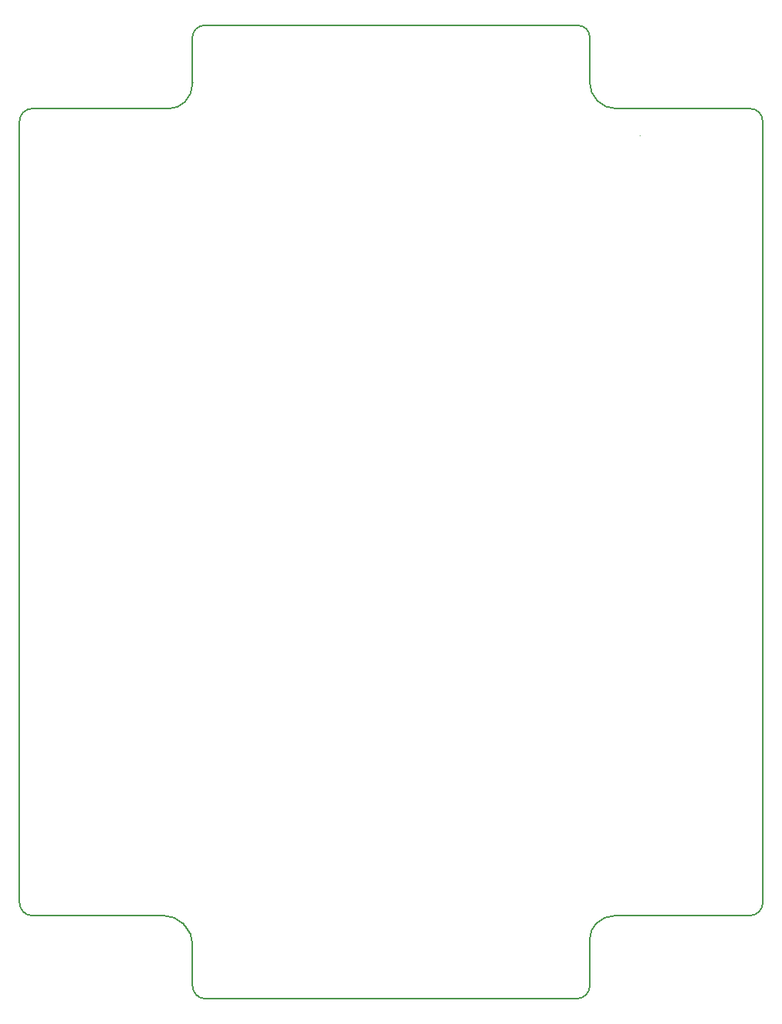
<source format=gko>
G04*
G04 #@! TF.GenerationSoftware,Altium Limited,Altium Designer,21.9.2 (33)*
G04*
G04 Layer_Color=16711935*
%FSTAX24Y24*%
%MOIN*%
G70*
G04*
G04 #@! TF.SameCoordinates,6E6F4FCF-DDBA-4186-BE1C-5EC4A7FB59E6*
G04*
G04*
G04 #@! TF.FilePolarity,Positive*
G04*
G01*
G75*
%ADD19C,0.0079*%
%ADD82C,0.0039*%
%ADD84C,0.0079*%
D19*
X011854Y028298D02*
G03*
X012413Y027739I000559J0D01*
G01*
Y062708D02*
G03*
X011854Y062148I0J-000559D01*
G01*
X018339Y062708D02*
G03*
X019021Y06299I0J000965D01*
G01*
X019021Y06299D02*
G03*
X019354Y063793I-000803J000803D01*
G01*
X01936Y06382D02*
G03*
X019354Y063793I000053J-000026D01*
G01*
Y063846D02*
G03*
X01936Y06382I000059J0D01*
G01*
X019355Y065828D02*
G03*
X019354Y065818I000058J-00001D01*
G01*
X019863Y066308D02*
G03*
X019355Y065828I0J-000509D01*
G01*
X036572Y065798D02*
G03*
X036063Y066308I-000509J0D01*
G01*
X036572Y063848D02*
G03*
X036908Y063037I001148J-0D01*
G01*
X036909Y063036D02*
G03*
X036908Y063037I-00011J-00011D01*
G01*
D02*
G03*
X036909Y063036I00001J00001D01*
G01*
X036909D02*
G03*
X037703Y062708I000794J000795D01*
G01*
X044072Y062148D02*
G03*
X043513Y062708I-000559J0D01*
G01*
Y027739D02*
G03*
X044072Y028298I0J000559D01*
G01*
X037658Y027739D02*
G03*
X036855Y027407I-0J-001136D01*
G01*
D02*
G03*
X036855Y027406I000011J-000011D01*
G01*
D02*
G03*
X036572Y026724I000683J-000682D01*
G01*
X036013Y024139D02*
G03*
X036572Y024698I0J000559D01*
G01*
X019354D02*
G03*
X019913Y024139I000559J0D01*
G01*
X019354Y026498D02*
G03*
X019018Y02731I-001148J0D01*
G01*
X018925Y027403D02*
G03*
X018113Y027739I-000812J-000812D01*
G01*
X012413Y027739D02*
X018113D01*
X011854Y028298D02*
Y062148D01*
X012413Y062708D02*
X018339D01*
X019354Y063846D02*
Y065818D01*
X019863Y066308D02*
X036063D01*
X036572Y063848D02*
Y065798D01*
X036908Y063037D02*
X036909Y063036D01*
X037703Y062708D02*
X043513D01*
X044072Y028298D02*
Y062148D01*
X037658Y027739D02*
X043513D01*
X036572Y024698D02*
Y026724D01*
X019913Y024139D02*
X036013D01*
X019354Y024698D02*
Y026498D01*
X018925Y027403D02*
X019018Y02731D01*
D82*
X038757Y061537D02*
G03*
X038754Y061537I0J-000059D01*
G01*
X038754Y061537D02*
G03*
X038755Y061537I-000005J000156D01*
G01*
X038754Y061537D02*
X038755Y061537D01*
D84*
X019021Y06299D02*
D03*
M02*

</source>
